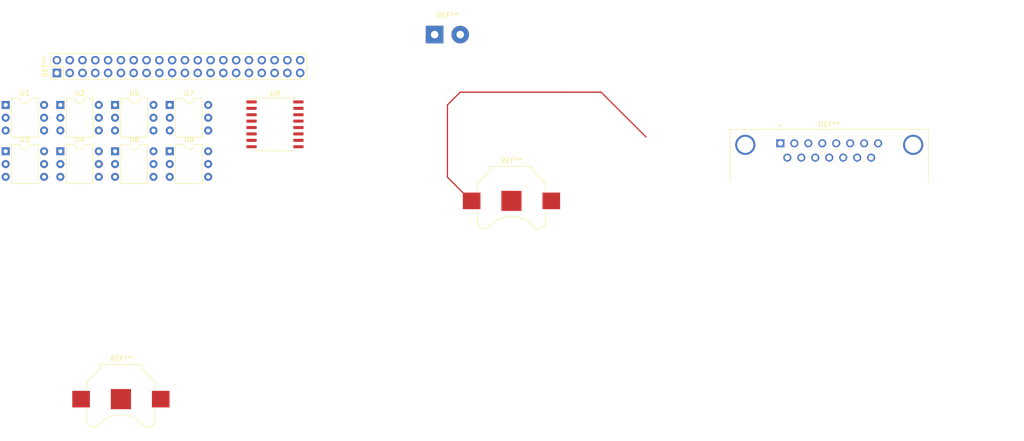
<source format=kicad_pcb>
(kicad_pcb (version 20171130) (host pcbnew "(5.1.2)-1")

  (general
    (thickness 1.6)
    (drawings 0)
    (tracks 7)
    (zones 0)
    (modules 14)
    (nets 34)
  )

  (page A4)
  (layers
    (0 F.Cu signal)
    (31 B.Cu signal)
    (32 B.Adhes user)
    (33 F.Adhes user)
    (34 B.Paste user)
    (35 F.Paste user)
    (36 B.SilkS user)
    (37 F.SilkS user)
    (38 B.Mask user)
    (39 F.Mask user)
    (40 Dwgs.User user)
    (41 Cmts.User user)
    (42 Eco1.User user)
    (43 Eco2.User user)
    (44 Edge.Cuts user)
    (45 Margin user)
    (46 B.CrtYd user)
    (47 F.CrtYd user)
    (48 B.Fab user)
    (49 F.Fab user)
  )

  (setup
    (last_trace_width 0.25)
    (trace_clearance 0.2)
    (zone_clearance 0.508)
    (zone_45_only no)
    (trace_min 0.2)
    (via_size 0.8)
    (via_drill 0.4)
    (via_min_size 0.4)
    (via_min_drill 0.3)
    (uvia_size 0.3)
    (uvia_drill 0.1)
    (uvias_allowed no)
    (uvia_min_size 0.2)
    (uvia_min_drill 0.1)
    (edge_width 0.05)
    (segment_width 0.2)
    (pcb_text_width 0.3)
    (pcb_text_size 1.5 1.5)
    (mod_edge_width 0.12)
    (mod_text_size 1 1)
    (mod_text_width 0.15)
    (pad_size 1.524 1.524)
    (pad_drill 0.762)
    (pad_to_mask_clearance 0.051)
    (solder_mask_min_width 0.25)
    (aux_axis_origin 0 0)
    (visible_elements 7FFFFFFF)
    (pcbplotparams
      (layerselection 0x010fc_ffffffff)
      (usegerberextensions false)
      (usegerberattributes false)
      (usegerberadvancedattributes false)
      (creategerberjobfile false)
      (excludeedgelayer true)
      (linewidth 0.100000)
      (plotframeref false)
      (viasonmask false)
      (mode 1)
      (useauxorigin false)
      (hpglpennumber 1)
      (hpglpenspeed 20)
      (hpglpendiameter 15.000000)
      (psnegative false)
      (psa4output false)
      (plotreference true)
      (plotvalue true)
      (plotinvisibletext false)
      (padsonsilk false)
      (subtractmaskfromsilk false)
      (outputformat 1)
      (mirror false)
      (drillshape 1)
      (scaleselection 1)
      (outputdirectory ""))
  )

  (net 0 "")
  (net 1 Drain7)
  (net 2 "Net-(U1-Pad3)")
  (net 3 3.3V)
  (net 4 "Net-(R4-Pad1)")
  (net 5 Drain4)
  (net 6 "Net-(U2-Pad3)")
  (net 7 "Net-(R7-Pad1)")
  (net 8 Drain2)
  (net 9 "Net-(U3-Pad3)")
  (net 10 "Net-(R6-Pad1)")
  (net 11 Drain8)
  (net 12 "Net-(U4-Pad3)")
  (net 13 Source8)
  (net 14 "Net-(R9-Pad1)")
  (net 15 Drain5)
  (net 16 "Net-(U5-Pad3)")
  (net 17 "Net-(R3-Pad1)")
  (net 18 Drain3)
  (net 19 "Net-(U6-Pad3)")
  (net 20 "Net-(R2-Pad1)")
  (net 21 Drain1)
  (net 22 "Net-(U7-Pad3)")
  (net 23 "Net-(R1-Pad1)")
  (net 24 Drain6)
  (net 25 "Net-(U8-Pad3)")
  (net 26 "Net-(R8-Pad1)")
  (net 27 /RTC/SCL)
  (net 28 /RTC/SDA)
  (net 29 /RTC/VBAT)
  (net 30 /RTC/RST)
  (net 31 /RTC/SQW)
  (net 32 /RTC/3.3V)
  (net 33 /RTC/32KHZ)

  (net_class Default "This is the default net class."
    (clearance 0.2)
    (trace_width 0.25)
    (via_dia 0.8)
    (via_drill 0.4)
    (uvia_dia 0.3)
    (uvia_drill 0.1)
    (add_net /RTC/3.3V)
    (add_net /RTC/32KHZ)
    (add_net /RTC/RST)
    (add_net /RTC/SCL)
    (add_net /RTC/SDA)
    (add_net /RTC/SQW)
    (add_net /RTC/VBAT)
    (add_net 3.3V)
    (add_net Drain1)
    (add_net Drain2)
    (add_net Drain3)
    (add_net Drain4)
    (add_net Drain5)
    (add_net Drain6)
    (add_net Drain7)
    (add_net Drain8)
    (add_net "Net-(R1-Pad1)")
    (add_net "Net-(R2-Pad1)")
    (add_net "Net-(R3-Pad1)")
    (add_net "Net-(R4-Pad1)")
    (add_net "Net-(R6-Pad1)")
    (add_net "Net-(R7-Pad1)")
    (add_net "Net-(R8-Pad1)")
    (add_net "Net-(R9-Pad1)")
    (add_net "Net-(U1-Pad3)")
    (add_net "Net-(U2-Pad3)")
    (add_net "Net-(U3-Pad3)")
    (add_net "Net-(U4-Pad3)")
    (add_net "Net-(U5-Pad3)")
    (add_net "Net-(U6-Pad3)")
    (add_net "Net-(U7-Pad3)")
    (add_net "Net-(U8-Pad3)")
    (add_net Source8)
  )

  (module Connector_Wire:SolderWirePad_1x02_P5.08mm_Drill1.5mm (layer F.Cu) (tedit 5AEE5F19) (tstamp 5D097829)
    (at 151.13 21.59)
    (descr "Wire solder connection")
    (tags connector)
    (attr virtual)
    (fp_text reference REF** (at 2.54 -3.81) (layer F.SilkS)
      (effects (font (size 1 1) (thickness 0.15)))
    )
    (fp_text value SolderWirePad_1x02_P5.08mm_Drill1.5mm (at 2.54 3.81) (layer F.Fab)
      (effects (font (size 1 1) (thickness 0.15)))
    )
    (fp_line (start 7.33 2.25) (end -2.25 2.25) (layer F.CrtYd) (width 0.05))
    (fp_line (start 7.33 2.25) (end 7.33 -2.25) (layer F.CrtYd) (width 0.05))
    (fp_line (start -2.25 -2.25) (end -2.25 2.25) (layer F.CrtYd) (width 0.05))
    (fp_line (start -2.25 -2.25) (end 7.33 -2.25) (layer F.CrtYd) (width 0.05))
    (fp_text user %R (at 2.54 0) (layer F.Fab)
      (effects (font (size 1 1) (thickness 0.15)))
    )
    (pad 2 thru_hole circle (at 5.08 0) (size 3.50012 3.50012) (drill 1.50114) (layers *.Cu *.Mask))
    (pad 1 thru_hole rect (at 0 0) (size 3.50012 3.50012) (drill 1.50114) (layers *.Cu *.Mask))
  )

  (module Battery:BatteryHolder_Keystone_3000_1x12mm (layer F.Cu) (tedit 58972371) (tstamp 5D094DAB)
    (at 166.37 54.61)
    (descr http://www.keyelco.com/product-pdf.cfm?p=777)
    (tags "Keystone type 3000 coin cell retainer")
    (attr smd)
    (fp_text reference REF** (at 0 -8) (layer F.SilkS)
      (effects (font (size 1 1) (thickness 0.15)))
    )
    (fp_text value BatteryHolder_Keystone_3000_1x12mm (at 0 7.5) (layer F.Fab)
      (effects (font (size 1 1) (thickness 0.15)))
    )
    (fp_line (start -4 -6.7) (end 4 -6.7) (layer F.Fab) (width 0.1))
    (fp_line (start -4 -6.7) (end -4 -6) (layer F.Fab) (width 0.1))
    (fp_line (start 4 -6.7) (end 4 -6) (layer F.Fab) (width 0.1))
    (fp_line (start -4 -6) (end -6.6 -3.4) (layer F.Fab) (width 0.1))
    (fp_line (start 4 -6) (end 6.6 -3.4) (layer F.Fab) (width 0.1))
    (fp_line (start -6.6 -3.4) (end -6.6 4.1) (layer F.Fab) (width 0.1))
    (fp_line (start 6.6 -3.4) (end 6.6 4.1) (layer F.Fab) (width 0.1))
    (fp_arc (start -5.25 4.1) (end -5.3 5.45) (angle 90) (layer F.Fab) (width 0.1))
    (fp_line (start 10.15 2.15) (end 7.25 2.15) (layer F.CrtYd) (width 0.05))
    (fp_line (start 10.15 -2.15) (end 10.15 2.15) (layer F.CrtYd) (width 0.05))
    (fp_line (start 7.25 -2.15) (end 10.15 -2.15) (layer F.CrtYd) (width 0.05))
    (fp_line (start -10.15 2.15) (end -7.25 2.15) (layer F.CrtYd) (width 0.05))
    (fp_line (start -10.15 -2.15) (end -10.15 2.15) (layer F.CrtYd) (width 0.05))
    (fp_line (start -7.25 -2.15) (end -10.15 -2.15) (layer F.CrtYd) (width 0.05))
    (fp_line (start 6.75 -3.45) (end 6.75 -2) (layer F.SilkS) (width 0.12))
    (fp_line (start 4.15 -6.05) (end 6.75 -3.45) (layer F.SilkS) (width 0.12))
    (fp_line (start 4.15 -6.85) (end 4.15 -6.05) (layer F.SilkS) (width 0.12))
    (fp_line (start -4.15 -6.85) (end 4.15 -6.85) (layer F.SilkS) (width 0.12))
    (fp_line (start -4.15 -6.05) (end -4.15 -6.85) (layer F.SilkS) (width 0.12))
    (fp_line (start -6.75 -3.45) (end -4.15 -6.05) (layer F.SilkS) (width 0.12))
    (fp_line (start -6.75 -2) (end -6.75 -3.45) (layer F.SilkS) (width 0.12))
    (fp_line (start -7.25 -2.15) (end -7.25 -3.8) (layer F.CrtYd) (width 0.05))
    (fp_line (start -7.25 -3.8) (end -4.65 -6.4) (layer F.CrtYd) (width 0.05))
    (fp_line (start -4.65 -6.4) (end -4.65 -7.35) (layer F.CrtYd) (width 0.05))
    (fp_line (start -4.65 -7.35) (end 4.65 -7.35) (layer F.CrtYd) (width 0.05))
    (fp_line (start 4.65 -6.4) (end 4.65 -7.35) (layer F.CrtYd) (width 0.05))
    (fp_line (start 7.25 -3.8) (end 4.65 -6.4) (layer F.CrtYd) (width 0.05))
    (fp_line (start 7.25 -2.15) (end 7.25 -3.8) (layer F.CrtYd) (width 0.05))
    (fp_arc (start 5.25 4.1) (end 5.3 5.45) (angle -90) (layer F.Fab) (width 0.1))
    (fp_line (start -6.75 2) (end -6.75 4.1) (layer F.SilkS) (width 0.12))
    (fp_line (start 6.75 2) (end 6.75 4.1) (layer F.SilkS) (width 0.12))
    (fp_line (start 7.25 2.15) (end 7.25 4.1) (layer F.CrtYd) (width 0.05))
    (fp_line (start -7.25 2.15) (end -7.25 4.1) (layer F.CrtYd) (width 0.05))
    (fp_arc (start -5.25 4.1) (end -5.3 5.6) (angle 90) (layer F.SilkS) (width 0.12))
    (fp_arc (start 5.25 4.1) (end 5.3 5.6) (angle -90) (layer F.SilkS) (width 0.12))
    (fp_arc (start -5.25 4.1) (end -5.3 6.1) (angle 90) (layer F.CrtYd) (width 0.05))
    (fp_arc (start 0 8.9) (end -4.6 5.1) (angle 101) (layer F.Fab) (width 0.1))
    (fp_arc (start -5.29 4.6) (end -4.6 5.1) (angle 60) (layer F.Fab) (width 0.1))
    (fp_arc (start 5.29 4.6) (end 4.6 5.1) (angle -60) (layer F.Fab) (width 0.1))
    (fp_arc (start 0 8.9) (end -4.5 5.2) (angle 101) (layer F.SilkS) (width 0.12))
    (fp_arc (start -5.29 4.6) (end -4.5 5.2) (angle 60) (layer F.SilkS) (width 0.12))
    (fp_arc (start 5.29 4.6) (end 4.5 5.2) (angle -60) (layer F.SilkS) (width 0.12))
    (fp_circle (center 0 0) (end 0 6.25) (layer Dwgs.User) (width 0.15))
    (fp_arc (start -5.29 4.6) (end -4.22 5.65) (angle 54.1) (layer F.CrtYd) (width 0.05))
    (fp_arc (start 5.29 4.6) (end 4.22 5.65) (angle -54.1) (layer F.CrtYd) (width 0.05))
    (fp_arc (start 5.25 4.1) (end 5.3 6.1) (angle -90) (layer F.CrtYd) (width 0.05))
    (fp_arc (start 0 0) (end 0 6.75) (angle -36.6) (layer F.CrtYd) (width 0.05))
    (fp_arc (start 0.11 9.15) (end -4.22 5.65) (angle 3.1) (layer F.CrtYd) (width 0.05))
    (fp_arc (start 0.11 9.15) (end 4.22 5.65) (angle -3.1) (layer F.CrtYd) (width 0.05))
    (fp_arc (start 0 0) (end 0 6.75) (angle 36.6) (layer F.CrtYd) (width 0.05))
    (fp_text user %R (at 0 0) (layer F.Fab)
      (effects (font (size 1 1) (thickness 0.15)))
    )
    (pad 2 smd rect (at 0 0) (size 4 4) (layers F.Cu F.Mask))
    (pad 1 smd rect (at 7.9 0) (size 3.5 3.3) (layers F.Cu F.Paste F.Mask))
    (pad 1 smd rect (at -7.9 0) (size 3.5 3.3) (layers F.Cu F.Paste F.Mask))
    (model ${KISYS3DMOD}/Battery.3dshapes/BatteryHolder_Keystone_3000_1x12mm.wrl
      (at (xyz 0 0 0))
      (scale (xyz 1 1 1))
      (rotate (xyz 0 0 0))
    )
  )

  (module Battery:BatteryHolder_Keystone_3000_1x12mm (layer F.Cu) (tedit 58972371) (tstamp 5D094CC6)
    (at 88.9 93.98)
    (descr http://www.keyelco.com/product-pdf.cfm?p=777)
    (tags "Keystone type 3000 coin cell retainer")
    (attr smd)
    (fp_text reference REF** (at 0 -8) (layer F.SilkS)
      (effects (font (size 1 1) (thickness 0.15)))
    )
    (fp_text value BatteryHolder_Keystone_3000_1x12mm (at 0 7.5) (layer F.Fab)
      (effects (font (size 1 1) (thickness 0.15)))
    )
    (fp_line (start -4 -6.7) (end 4 -6.7) (layer F.Fab) (width 0.1))
    (fp_line (start -4 -6.7) (end -4 -6) (layer F.Fab) (width 0.1))
    (fp_line (start 4 -6.7) (end 4 -6) (layer F.Fab) (width 0.1))
    (fp_line (start -4 -6) (end -6.6 -3.4) (layer F.Fab) (width 0.1))
    (fp_line (start 4 -6) (end 6.6 -3.4) (layer F.Fab) (width 0.1))
    (fp_line (start -6.6 -3.4) (end -6.6 4.1) (layer F.Fab) (width 0.1))
    (fp_line (start 6.6 -3.4) (end 6.6 4.1) (layer F.Fab) (width 0.1))
    (fp_arc (start -5.25 4.1) (end -5.3 5.45) (angle 90) (layer F.Fab) (width 0.1))
    (fp_line (start 10.15 2.15) (end 7.25 2.15) (layer F.CrtYd) (width 0.05))
    (fp_line (start 10.15 -2.15) (end 10.15 2.15) (layer F.CrtYd) (width 0.05))
    (fp_line (start 7.25 -2.15) (end 10.15 -2.15) (layer F.CrtYd) (width 0.05))
    (fp_line (start -10.15 2.15) (end -7.25 2.15) (layer F.CrtYd) (width 0.05))
    (fp_line (start -10.15 -2.15) (end -10.15 2.15) (layer F.CrtYd) (width 0.05))
    (fp_line (start -7.25 -2.15) (end -10.15 -2.15) (layer F.CrtYd) (width 0.05))
    (fp_line (start 6.75 -3.45) (end 6.75 -2) (layer F.SilkS) (width 0.12))
    (fp_line (start 4.15 -6.05) (end 6.75 -3.45) (layer F.SilkS) (width 0.12))
    (fp_line (start 4.15 -6.85) (end 4.15 -6.05) (layer F.SilkS) (width 0.12))
    (fp_line (start -4.15 -6.85) (end 4.15 -6.85) (layer F.SilkS) (width 0.12))
    (fp_line (start -4.15 -6.05) (end -4.15 -6.85) (layer F.SilkS) (width 0.12))
    (fp_line (start -6.75 -3.45) (end -4.15 -6.05) (layer F.SilkS) (width 0.12))
    (fp_line (start -6.75 -2) (end -6.75 -3.45) (layer F.SilkS) (width 0.12))
    (fp_line (start -7.25 -2.15) (end -7.25 -3.8) (layer F.CrtYd) (width 0.05))
    (fp_line (start -7.25 -3.8) (end -4.65 -6.4) (layer F.CrtYd) (width 0.05))
    (fp_line (start -4.65 -6.4) (end -4.65 -7.35) (layer F.CrtYd) (width 0.05))
    (fp_line (start -4.65 -7.35) (end 4.65 -7.35) (layer F.CrtYd) (width 0.05))
    (fp_line (start 4.65 -6.4) (end 4.65 -7.35) (layer F.CrtYd) (width 0.05))
    (fp_line (start 7.25 -3.8) (end 4.65 -6.4) (layer F.CrtYd) (width 0.05))
    (fp_line (start 7.25 -2.15) (end 7.25 -3.8) (layer F.CrtYd) (width 0.05))
    (fp_arc (start 5.25 4.1) (end 5.3 5.45) (angle -90) (layer F.Fab) (width 0.1))
    (fp_line (start -6.75 2) (end -6.75 4.1) (layer F.SilkS) (width 0.12))
    (fp_line (start 6.75 2) (end 6.75 4.1) (layer F.SilkS) (width 0.12))
    (fp_line (start 7.25 2.15) (end 7.25 4.1) (layer F.CrtYd) (width 0.05))
    (fp_line (start -7.25 2.15) (end -7.25 4.1) (layer F.CrtYd) (width 0.05))
    (fp_arc (start -5.25 4.1) (end -5.3 5.6) (angle 90) (layer F.SilkS) (width 0.12))
    (fp_arc (start 5.25 4.1) (end 5.3 5.6) (angle -90) (layer F.SilkS) (width 0.12))
    (fp_arc (start -5.25 4.1) (end -5.3 6.1) (angle 90) (layer F.CrtYd) (width 0.05))
    (fp_arc (start 0 8.9) (end -4.6 5.1) (angle 101) (layer F.Fab) (width 0.1))
    (fp_arc (start -5.29 4.6) (end -4.6 5.1) (angle 60) (layer F.Fab) (width 0.1))
    (fp_arc (start 5.29 4.6) (end 4.6 5.1) (angle -60) (layer F.Fab) (width 0.1))
    (fp_arc (start 0 8.9) (end -4.5 5.2) (angle 101) (layer F.SilkS) (width 0.12))
    (fp_arc (start -5.29 4.6) (end -4.5 5.2) (angle 60) (layer F.SilkS) (width 0.12))
    (fp_arc (start 5.29 4.6) (end 4.5 5.2) (angle -60) (layer F.SilkS) (width 0.12))
    (fp_circle (center 0 0) (end 0 6.25) (layer Dwgs.User) (width 0.15))
    (fp_arc (start -5.29 4.6) (end -4.22 5.65) (angle 54.1) (layer F.CrtYd) (width 0.05))
    (fp_arc (start 5.29 4.6) (end 4.22 5.65) (angle -54.1) (layer F.CrtYd) (width 0.05))
    (fp_arc (start 5.25 4.1) (end 5.3 6.1) (angle -90) (layer F.CrtYd) (width 0.05))
    (fp_arc (start 0 0) (end 0 6.75) (angle -36.6) (layer F.CrtYd) (width 0.05))
    (fp_arc (start 0.11 9.15) (end -4.22 5.65) (angle 3.1) (layer F.CrtYd) (width 0.05))
    (fp_arc (start 0.11 9.15) (end 4.22 5.65) (angle -3.1) (layer F.CrtYd) (width 0.05))
    (fp_arc (start 0 0) (end 0 6.75) (angle 36.6) (layer F.CrtYd) (width 0.05))
    (fp_text user %R (at 0 0) (layer F.Fab)
      (effects (font (size 1 1) (thickness 0.15)))
    )
    (pad 2 smd rect (at 0 0) (size 4 4) (layers F.Cu F.Mask))
    (pad 1 smd rect (at 7.9 0) (size 3.5 3.3) (layers F.Cu F.Paste F.Mask))
    (pad 1 smd rect (at -7.9 0) (size 3.5 3.3) (layers F.Cu F.Paste F.Mask))
    (model ${KISYS3DMOD}/Battery.3dshapes/BatteryHolder_Keystone_3000_1x12mm.wrl
      (at (xyz 0 0 0))
      (scale (xyz 1 1 1))
      (rotate (xyz 0 0 0))
    )
  )

  (module Connector_Dsub:DSUB-15_Male_Horizontal_P2.77x2.84mm_EdgePinOffset4.94mm_Housed_MountingHolesOffset7.48mm (layer F.Cu) (tedit 59FEDEE2) (tstamp 5D092B8A)
    (at 219.71 43.18)
    (descr "15-pin D-Sub connector, horizontal/angled (90 deg), THT-mount, male, pitch 2.77x2.84mm, pin-PCB-offset 4.9399999999999995mm, distance of mounting holes 33.3mm, distance of mounting holes to PCB edge 7.4799999999999995mm, see https://disti-assets.s3.amazonaws.com/tonar/files/datasheets/16730.pdf")
    (tags "15-pin D-Sub connector horizontal angled 90deg THT male pitch 2.77x2.84mm pin-PCB-offset 4.9399999999999995mm mounting-holes-distance 33.3mm mounting-hole-offset 33.3mm")
    (fp_text reference REF** (at 9.695 -3.7) (layer F.SilkS)
      (effects (font (size 1 1) (thickness 0.15)))
    )
    (fp_text value DSUB-15_Male_Horizontal_P2.77x2.84mm_EdgePinOffset4.94mm_Housed_MountingHolesOffset7.48mm (at 9.695 15.68) (layer F.Fab)
      (effects (font (size 1 1) (thickness 0.15)))
    )
    (fp_text user %R (at 9.695 11.18) (layer F.Fab)
      (effects (font (size 1 1) (thickness 0.15)))
    )
    (fp_line (start 29.8 -3.25) (end -10.45 -3.25) (layer F.CrtYd) (width 0.05))
    (fp_line (start 29.8 14.7) (end 29.8 -3.25) (layer F.CrtYd) (width 0.05))
    (fp_line (start -10.45 14.7) (end 29.8 14.7) (layer F.CrtYd) (width 0.05))
    (fp_line (start -10.45 -3.25) (end -10.45 14.7) (layer F.CrtYd) (width 0.05))
    (fp_line (start 0 -3.221325) (end -0.25 -3.654338) (layer F.SilkS) (width 0.12))
    (fp_line (start 0.25 -3.654338) (end 0 -3.221325) (layer F.SilkS) (width 0.12))
    (fp_line (start -0.25 -3.654338) (end 0.25 -3.654338) (layer F.SilkS) (width 0.12))
    (fp_line (start 29.355 -2.76) (end 29.355 7.72) (layer F.SilkS) (width 0.12))
    (fp_line (start -9.965 -2.76) (end 29.355 -2.76) (layer F.SilkS) (width 0.12))
    (fp_line (start -9.965 7.72) (end -9.965 -2.76) (layer F.SilkS) (width 0.12))
    (fp_line (start 27.945 7.78) (end 27.945 0.3) (layer F.Fab) (width 0.1))
    (fp_line (start 24.745 7.78) (end 24.745 0.3) (layer F.Fab) (width 0.1))
    (fp_line (start -5.355 7.78) (end -5.355 0.3) (layer F.Fab) (width 0.1))
    (fp_line (start -8.555 7.78) (end -8.555 0.3) (layer F.Fab) (width 0.1))
    (fp_line (start 28.845 8.18) (end 23.845 8.18) (layer F.Fab) (width 0.1))
    (fp_line (start 28.845 13.18) (end 28.845 8.18) (layer F.Fab) (width 0.1))
    (fp_line (start 23.845 13.18) (end 28.845 13.18) (layer F.Fab) (width 0.1))
    (fp_line (start 23.845 8.18) (end 23.845 13.18) (layer F.Fab) (width 0.1))
    (fp_line (start -4.455 8.18) (end -9.455 8.18) (layer F.Fab) (width 0.1))
    (fp_line (start -4.455 13.18) (end -4.455 8.18) (layer F.Fab) (width 0.1))
    (fp_line (start -9.455 13.18) (end -4.455 13.18) (layer F.Fab) (width 0.1))
    (fp_line (start -9.455 8.18) (end -9.455 13.18) (layer F.Fab) (width 0.1))
    (fp_line (start 21.995 8.18) (end -2.605 8.18) (layer F.Fab) (width 0.1))
    (fp_line (start 21.995 14.18) (end 21.995 8.18) (layer F.Fab) (width 0.1))
    (fp_line (start -2.605 14.18) (end 21.995 14.18) (layer F.Fab) (width 0.1))
    (fp_line (start -2.605 8.18) (end -2.605 14.18) (layer F.Fab) (width 0.1))
    (fp_line (start 29.295 7.78) (end -9.905 7.78) (layer F.Fab) (width 0.1))
    (fp_line (start 29.295 8.18) (end 29.295 7.78) (layer F.Fab) (width 0.1))
    (fp_line (start -9.905 8.18) (end 29.295 8.18) (layer F.Fab) (width 0.1))
    (fp_line (start -9.905 7.78) (end -9.905 8.18) (layer F.Fab) (width 0.1))
    (fp_line (start 29.295 -2.7) (end -9.905 -2.7) (layer F.Fab) (width 0.1))
    (fp_line (start 29.295 7.78) (end 29.295 -2.7) (layer F.Fab) (width 0.1))
    (fp_line (start -9.905 7.78) (end 29.295 7.78) (layer F.Fab) (width 0.1))
    (fp_line (start -9.905 -2.7) (end -9.905 7.78) (layer F.Fab) (width 0.1))
    (fp_arc (start 26.345 0.3) (end 24.745 0.3) (angle 180) (layer F.Fab) (width 0.1))
    (fp_arc (start -6.955 0.3) (end -8.555 0.3) (angle 180) (layer F.Fab) (width 0.1))
    (pad 0 thru_hole circle (at 26.345 0.3) (size 4 4) (drill 3.2) (layers *.Cu *.Mask))
    (pad 0 thru_hole circle (at -6.955 0.3) (size 4 4) (drill 3.2) (layers *.Cu *.Mask))
    (pad 15 thru_hole circle (at 18.005 2.84) (size 1.6 1.6) (drill 1) (layers *.Cu *.Mask))
    (pad 14 thru_hole circle (at 15.235 2.84) (size 1.6 1.6) (drill 1) (layers *.Cu *.Mask))
    (pad 13 thru_hole circle (at 12.465 2.84) (size 1.6 1.6) (drill 1) (layers *.Cu *.Mask))
    (pad 12 thru_hole circle (at 9.695 2.84) (size 1.6 1.6) (drill 1) (layers *.Cu *.Mask))
    (pad 11 thru_hole circle (at 6.925 2.84) (size 1.6 1.6) (drill 1) (layers *.Cu *.Mask))
    (pad 10 thru_hole circle (at 4.155 2.84) (size 1.6 1.6) (drill 1) (layers *.Cu *.Mask))
    (pad 9 thru_hole circle (at 1.385 2.84) (size 1.6 1.6) (drill 1) (layers *.Cu *.Mask))
    (pad 8 thru_hole circle (at 19.39 0) (size 1.6 1.6) (drill 1) (layers *.Cu *.Mask))
    (pad 7 thru_hole circle (at 16.62 0) (size 1.6 1.6) (drill 1) (layers *.Cu *.Mask))
    (pad 6 thru_hole circle (at 13.85 0) (size 1.6 1.6) (drill 1) (layers *.Cu *.Mask))
    (pad 5 thru_hole circle (at 11.08 0) (size 1.6 1.6) (drill 1) (layers *.Cu *.Mask))
    (pad 4 thru_hole circle (at 8.31 0) (size 1.6 1.6) (drill 1) (layers *.Cu *.Mask))
    (pad 3 thru_hole circle (at 5.54 0) (size 1.6 1.6) (drill 1) (layers *.Cu *.Mask))
    (pad 2 thru_hole circle (at 2.77 0) (size 1.6 1.6) (drill 1) (layers *.Cu *.Mask))
    (pad 1 thru_hole rect (at 0 0) (size 1.6 1.6) (drill 1) (layers *.Cu *.Mask))
    (model ${KISYS3DMOD}/Connector_Dsub.3dshapes/DSUB-15_Male_Horizontal_P2.77x2.84mm_EdgePinOffset4.94mm_Housed_MountingHolesOffset7.48mm.wrl
      (at (xyz 0 0 0))
      (scale (xyz 1 1 1))
      (rotate (xyz 0 0 0))
    )
  )

  (module Connector_PinHeader_2.54mm:PinHeader_2x20_P2.54mm_Vertical (layer F.Cu) (tedit 59FED5CC) (tstamp 5D08E263)
    (at 76.2 29.21 90)
    (descr "Through hole straight pin header, 2x20, 2.54mm pitch, double rows")
    (tags "Through hole pin header THT 2x20 2.54mm double row")
    (fp_text reference REF** (at 1.27 -2.33 90) (layer F.SilkS)
      (effects (font (size 1 1) (thickness 0.15)))
    )
    (fp_text value PinHeader_2x20_P2.54mm_Vertical (at 1.27 50.59 90) (layer F.Fab)
      (effects (font (size 1 1) (thickness 0.15)))
    )
    (fp_text user %R (at 1.27 24.13) (layer F.Fab)
      (effects (font (size 1 1) (thickness 0.15)))
    )
    (fp_line (start 4.35 -1.8) (end -1.8 -1.8) (layer F.CrtYd) (width 0.05))
    (fp_line (start 4.35 50.05) (end 4.35 -1.8) (layer F.CrtYd) (width 0.05))
    (fp_line (start -1.8 50.05) (end 4.35 50.05) (layer F.CrtYd) (width 0.05))
    (fp_line (start -1.8 -1.8) (end -1.8 50.05) (layer F.CrtYd) (width 0.05))
    (fp_line (start -1.33 -1.33) (end 0 -1.33) (layer F.SilkS) (width 0.12))
    (fp_line (start -1.33 0) (end -1.33 -1.33) (layer F.SilkS) (width 0.12))
    (fp_line (start 1.27 -1.33) (end 3.87 -1.33) (layer F.SilkS) (width 0.12))
    (fp_line (start 1.27 1.27) (end 1.27 -1.33) (layer F.SilkS) (width 0.12))
    (fp_line (start -1.33 1.27) (end 1.27 1.27) (layer F.SilkS) (width 0.12))
    (fp_line (start 3.87 -1.33) (end 3.87 49.59) (layer F.SilkS) (width 0.12))
    (fp_line (start -1.33 1.27) (end -1.33 49.59) (layer F.SilkS) (width 0.12))
    (fp_line (start -1.33 49.59) (end 3.87 49.59) (layer F.SilkS) (width 0.12))
    (fp_line (start -1.27 0) (end 0 -1.27) (layer F.Fab) (width 0.1))
    (fp_line (start -1.27 49.53) (end -1.27 0) (layer F.Fab) (width 0.1))
    (fp_line (start 3.81 49.53) (end -1.27 49.53) (layer F.Fab) (width 0.1))
    (fp_line (start 3.81 -1.27) (end 3.81 49.53) (layer F.Fab) (width 0.1))
    (fp_line (start 0 -1.27) (end 3.81 -1.27) (layer F.Fab) (width 0.1))
    (pad 40 thru_hole oval (at 2.54 48.26 90) (size 1.7 1.7) (drill 1) (layers *.Cu *.Mask))
    (pad 39 thru_hole oval (at 0 48.26 90) (size 1.7 1.7) (drill 1) (layers *.Cu *.Mask))
    (pad 38 thru_hole oval (at 2.54 45.72 90) (size 1.7 1.7) (drill 1) (layers *.Cu *.Mask))
    (pad 37 thru_hole oval (at 0 45.72 90) (size 1.7 1.7) (drill 1) (layers *.Cu *.Mask))
    (pad 36 thru_hole oval (at 2.54 43.18 90) (size 1.7 1.7) (drill 1) (layers *.Cu *.Mask))
    (pad 35 thru_hole oval (at 0 43.18 90) (size 1.7 1.7) (drill 1) (layers *.Cu *.Mask))
    (pad 34 thru_hole oval (at 2.54 40.64 90) (size 1.7 1.7) (drill 1) (layers *.Cu *.Mask))
    (pad 33 thru_hole oval (at 0 40.64 90) (size 1.7 1.7) (drill 1) (layers *.Cu *.Mask))
    (pad 32 thru_hole oval (at 2.54 38.1 90) (size 1.7 1.7) (drill 1) (layers *.Cu *.Mask))
    (pad 31 thru_hole oval (at 0 38.1 90) (size 1.7 1.7) (drill 1) (layers *.Cu *.Mask))
    (pad 30 thru_hole oval (at 2.54 35.56 90) (size 1.7 1.7) (drill 1) (layers *.Cu *.Mask))
    (pad 29 thru_hole oval (at 0 35.56 90) (size 1.7 1.7) (drill 1) (layers *.Cu *.Mask))
    (pad 28 thru_hole oval (at 2.54 33.02 90) (size 1.7 1.7) (drill 1) (layers *.Cu *.Mask))
    (pad 27 thru_hole oval (at 0 33.02 90) (size 1.7 1.7) (drill 1) (layers *.Cu *.Mask))
    (pad 26 thru_hole oval (at 2.54 30.48 90) (size 1.7 1.7) (drill 1) (layers *.Cu *.Mask))
    (pad 25 thru_hole oval (at 0 30.48 90) (size 1.7 1.7) (drill 1) (layers *.Cu *.Mask))
    (pad 24 thru_hole oval (at 2.54 27.94 90) (size 1.7 1.7) (drill 1) (layers *.Cu *.Mask))
    (pad 23 thru_hole oval (at 0 27.94 90) (size 1.7 1.7) (drill 1) (layers *.Cu *.Mask))
    (pad 22 thru_hole oval (at 2.54 25.4 90) (size 1.7 1.7) (drill 1) (layers *.Cu *.Mask))
    (pad 21 thru_hole oval (at 0 25.4 90) (size 1.7 1.7) (drill 1) (layers *.Cu *.Mask))
    (pad 20 thru_hole oval (at 2.54 22.86 90) (size 1.7 1.7) (drill 1) (layers *.Cu *.Mask))
    (pad 19 thru_hole oval (at 0 22.86 90) (size 1.7 1.7) (drill 1) (layers *.Cu *.Mask))
    (pad 18 thru_hole oval (at 2.54 20.32 90) (size 1.7 1.7) (drill 1) (layers *.Cu *.Mask))
    (pad 17 thru_hole oval (at 0 20.32 90) (size 1.7 1.7) (drill 1) (layers *.Cu *.Mask))
    (pad 16 thru_hole oval (at 2.54 17.78 90) (size 1.7 1.7) (drill 1) (layers *.Cu *.Mask))
    (pad 15 thru_hole oval (at 0 17.78 90) (size 1.7 1.7) (drill 1) (layers *.Cu *.Mask))
    (pad 14 thru_hole oval (at 2.54 15.24 90) (size 1.7 1.7) (drill 1) (layers *.Cu *.Mask))
    (pad 13 thru_hole oval (at 0 15.24 90) (size 1.7 1.7) (drill 1) (layers *.Cu *.Mask))
    (pad 12 thru_hole oval (at 2.54 12.7 90) (size 1.7 1.7) (drill 1) (layers *.Cu *.Mask))
    (pad 11 thru_hole oval (at 0 12.7 90) (size 1.7 1.7) (drill 1) (layers *.Cu *.Mask))
    (pad 10 thru_hole oval (at 2.54 10.16 90) (size 1.7 1.7) (drill 1) (layers *.Cu *.Mask))
    (pad 9 thru_hole oval (at 0 10.16 90) (size 1.7 1.7) (drill 1) (layers *.Cu *.Mask))
    (pad 8 thru_hole oval (at 2.54 7.62 90) (size 1.7 1.7) (drill 1) (layers *.Cu *.Mask))
    (pad 7 thru_hole oval (at 0 7.62 90) (size 1.7 1.7) (drill 1) (layers *.Cu *.Mask))
    (pad 6 thru_hole oval (at 2.54 5.08 90) (size 1.7 1.7) (drill 1) (layers *.Cu *.Mask))
    (pad 5 thru_hole oval (at 0 5.08 90) (size 1.7 1.7) (drill 1) (layers *.Cu *.Mask))
    (pad 4 thru_hole oval (at 2.54 2.54 90) (size 1.7 1.7) (drill 1) (layers *.Cu *.Mask))
    (pad 3 thru_hole oval (at 0 2.54 90) (size 1.7 1.7) (drill 1) (layers *.Cu *.Mask))
    (pad 2 thru_hole oval (at 2.54 0 90) (size 1.7 1.7) (drill 1) (layers *.Cu *.Mask))
    (pad 1 thru_hole rect (at 0 0 90) (size 1.7 1.7) (drill 1) (layers *.Cu *.Mask))
    (model ${KISYS3DMOD}/Connector_PinHeader_2.54mm.3dshapes/PinHeader_2x20_P2.54mm_Vertical.wrl
      (at (xyz 0 0 0))
      (scale (xyz 1 1 1))
      (rotate (xyz 0 0 0))
    )
  )

  (module Package_SO:SOIC-16W_7.5x10.3mm_P1.27mm (layer F.Cu) (tedit 5C97300E) (tstamp 5D022DC0)
    (at 119.46 39.41)
    (descr "SOIC, 16 Pin (JEDEC MS-013AA, https://www.analog.com/media/en/package-pcb-resources/package/pkg_pdf/soic_wide-rw/rw_16.pdf), generated with kicad-footprint-generator ipc_gullwing_generator.py")
    (tags "SOIC SO")
    (path /5D746D9A/5D7B43A4)
    (attr smd)
    (fp_text reference U9 (at 0 -6.1) (layer F.SilkS)
      (effects (font (size 1 1) (thickness 0.15)))
    )
    (fp_text value DS3231M (at 0 6.1) (layer F.Fab)
      (effects (font (size 1 1) (thickness 0.15)))
    )
    (fp_text user %R (at 0 0) (layer F.Fab)
      (effects (font (size 1 1) (thickness 0.15)))
    )
    (fp_line (start 5.93 -5.4) (end -5.93 -5.4) (layer F.CrtYd) (width 0.05))
    (fp_line (start 5.93 5.4) (end 5.93 -5.4) (layer F.CrtYd) (width 0.05))
    (fp_line (start -5.93 5.4) (end 5.93 5.4) (layer F.CrtYd) (width 0.05))
    (fp_line (start -5.93 -5.4) (end -5.93 5.4) (layer F.CrtYd) (width 0.05))
    (fp_line (start -3.75 -4.15) (end -2.75 -5.15) (layer F.Fab) (width 0.1))
    (fp_line (start -3.75 5.15) (end -3.75 -4.15) (layer F.Fab) (width 0.1))
    (fp_line (start 3.75 5.15) (end -3.75 5.15) (layer F.Fab) (width 0.1))
    (fp_line (start 3.75 -5.15) (end 3.75 5.15) (layer F.Fab) (width 0.1))
    (fp_line (start -2.75 -5.15) (end 3.75 -5.15) (layer F.Fab) (width 0.1))
    (fp_line (start -3.86 -5.005) (end -5.675 -5.005) (layer F.SilkS) (width 0.12))
    (fp_line (start -3.86 -5.26) (end -3.86 -5.005) (layer F.SilkS) (width 0.12))
    (fp_line (start 0 -5.26) (end -3.86 -5.26) (layer F.SilkS) (width 0.12))
    (fp_line (start 3.86 -5.26) (end 3.86 -5.005) (layer F.SilkS) (width 0.12))
    (fp_line (start 0 -5.26) (end 3.86 -5.26) (layer F.SilkS) (width 0.12))
    (fp_line (start -3.86 5.26) (end -3.86 5.005) (layer F.SilkS) (width 0.12))
    (fp_line (start 0 5.26) (end -3.86 5.26) (layer F.SilkS) (width 0.12))
    (fp_line (start 3.86 5.26) (end 3.86 5.005) (layer F.SilkS) (width 0.12))
    (fp_line (start 0 5.26) (end 3.86 5.26) (layer F.SilkS) (width 0.12))
    (pad 16 smd roundrect (at 4.65 -4.445) (size 2.05 0.6) (layers F.Cu F.Paste F.Mask) (roundrect_rratio 0.25)
      (net 27 /RTC/SCL))
    (pad 15 smd roundrect (at 4.65 -3.175) (size 2.05 0.6) (layers F.Cu F.Paste F.Mask) (roundrect_rratio 0.25)
      (net 28 /RTC/SDA))
    (pad 14 smd roundrect (at 4.65 -1.905) (size 2.05 0.6) (layers F.Cu F.Paste F.Mask) (roundrect_rratio 0.25)
      (net 29 /RTC/VBAT))
    (pad 13 smd roundrect (at 4.65 -0.635) (size 2.05 0.6) (layers F.Cu F.Paste F.Mask) (roundrect_rratio 0.25)
      (net 3 3.3V))
    (pad 12 smd roundrect (at 4.65 0.635) (size 2.05 0.6) (layers F.Cu F.Paste F.Mask) (roundrect_rratio 0.25)
      (net 3 3.3V))
    (pad 11 smd roundrect (at 4.65 1.905) (size 2.05 0.6) (layers F.Cu F.Paste F.Mask) (roundrect_rratio 0.25)
      (net 3 3.3V))
    (pad 10 smd roundrect (at 4.65 3.175) (size 2.05 0.6) (layers F.Cu F.Paste F.Mask) (roundrect_rratio 0.25)
      (net 3 3.3V))
    (pad 9 smd roundrect (at 4.65 4.445) (size 2.05 0.6) (layers F.Cu F.Paste F.Mask) (roundrect_rratio 0.25)
      (net 3 3.3V))
    (pad 8 smd roundrect (at -4.65 4.445) (size 2.05 0.6) (layers F.Cu F.Paste F.Mask) (roundrect_rratio 0.25)
      (net 3 3.3V))
    (pad 7 smd roundrect (at -4.65 3.175) (size 2.05 0.6) (layers F.Cu F.Paste F.Mask) (roundrect_rratio 0.25)
      (net 3 3.3V))
    (pad 6 smd roundrect (at -4.65 1.905) (size 2.05 0.6) (layers F.Cu F.Paste F.Mask) (roundrect_rratio 0.25)
      (net 3 3.3V))
    (pad 5 smd roundrect (at -4.65 0.635) (size 2.05 0.6) (layers F.Cu F.Paste F.Mask) (roundrect_rratio 0.25)
      (net 3 3.3V))
    (pad 4 smd roundrect (at -4.65 -0.635) (size 2.05 0.6) (layers F.Cu F.Paste F.Mask) (roundrect_rratio 0.25)
      (net 30 /RTC/RST))
    (pad 3 smd roundrect (at -4.65 -1.905) (size 2.05 0.6) (layers F.Cu F.Paste F.Mask) (roundrect_rratio 0.25)
      (net 31 /RTC/SQW))
    (pad 2 smd roundrect (at -4.65 -3.175) (size 2.05 0.6) (layers F.Cu F.Paste F.Mask) (roundrect_rratio 0.25)
      (net 32 /RTC/3.3V))
    (pad 1 smd roundrect (at -4.65 -4.445) (size 2.05 0.6) (layers F.Cu F.Paste F.Mask) (roundrect_rratio 0.25)
      (net 33 /RTC/32KHZ))
    (model ${KISYS3DMOD}/Package_SO.3dshapes/SOIC-16W_7.5x10.3mm_P1.27mm.wrl
      (at (xyz 0 0 0))
      (scale (xyz 1 1 1))
      (rotate (xyz 0 0 0))
    )
  )

  (module Package_DIP:DIP-6_W7.62mm (layer F.Cu) (tedit 5A02E8C5) (tstamp 5D022D99)
    (at 98.59 44.76)
    (descr "6-lead though-hole mounted DIP package, row spacing 7.62 mm (300 mils)")
    (tags "THT DIP DIL PDIP 2.54mm 7.62mm 300mil")
    (path /5D7A01C7)
    (fp_text reference U8 (at 3.81 -2.33) (layer F.SilkS)
      (effects (font (size 1 1) (thickness 0.15)))
    )
    (fp_text value TLP3543 (at 3.81 7.41) (layer F.Fab)
      (effects (font (size 1 1) (thickness 0.15)))
    )
    (fp_text user %R (at 3.81 2.54) (layer F.Fab)
      (effects (font (size 1 1) (thickness 0.15)))
    )
    (fp_line (start 8.7 -1.55) (end -1.1 -1.55) (layer F.CrtYd) (width 0.05))
    (fp_line (start 8.7 6.6) (end 8.7 -1.55) (layer F.CrtYd) (width 0.05))
    (fp_line (start -1.1 6.6) (end 8.7 6.6) (layer F.CrtYd) (width 0.05))
    (fp_line (start -1.1 -1.55) (end -1.1 6.6) (layer F.CrtYd) (width 0.05))
    (fp_line (start 6.46 -1.33) (end 4.81 -1.33) (layer F.SilkS) (width 0.12))
    (fp_line (start 6.46 6.41) (end 6.46 -1.33) (layer F.SilkS) (width 0.12))
    (fp_line (start 1.16 6.41) (end 6.46 6.41) (layer F.SilkS) (width 0.12))
    (fp_line (start 1.16 -1.33) (end 1.16 6.41) (layer F.SilkS) (width 0.12))
    (fp_line (start 2.81 -1.33) (end 1.16 -1.33) (layer F.SilkS) (width 0.12))
    (fp_line (start 0.635 -0.27) (end 1.635 -1.27) (layer F.Fab) (width 0.1))
    (fp_line (start 0.635 6.35) (end 0.635 -0.27) (layer F.Fab) (width 0.1))
    (fp_line (start 6.985 6.35) (end 0.635 6.35) (layer F.Fab) (width 0.1))
    (fp_line (start 6.985 -1.27) (end 6.985 6.35) (layer F.Fab) (width 0.1))
    (fp_line (start 1.635 -1.27) (end 6.985 -1.27) (layer F.Fab) (width 0.1))
    (fp_arc (start 3.81 -1.33) (end 2.81 -1.33) (angle -180) (layer F.SilkS) (width 0.12))
    (pad 6 thru_hole oval (at 7.62 0) (size 1.6 1.6) (drill 0.8) (layers *.Cu *.Mask)
      (net 24 Drain6))
    (pad 3 thru_hole oval (at 0 5.08) (size 1.6 1.6) (drill 0.8) (layers *.Cu *.Mask)
      (net 25 "Net-(U8-Pad3)"))
    (pad 5 thru_hole oval (at 7.62 2.54) (size 1.6 1.6) (drill 0.8) (layers *.Cu *.Mask)
      (net 3 3.3V))
    (pad 2 thru_hole oval (at 0 2.54) (size 1.6 1.6) (drill 0.8) (layers *.Cu *.Mask)
      (net 3 3.3V))
    (pad 4 thru_hole oval (at 7.62 5.08) (size 1.6 1.6) (drill 0.8) (layers *.Cu *.Mask)
      (net 24 Drain6))
    (pad 1 thru_hole rect (at 0 0) (size 1.6 1.6) (drill 0.8) (layers *.Cu *.Mask)
      (net 26 "Net-(R8-Pad1)"))
    (model ${KISYS3DMOD}/Package_DIP.3dshapes/DIP-6_W7.62mm.wrl
      (at (xyz 0 0 0))
      (scale (xyz 1 1 1))
      (rotate (xyz 0 0 0))
    )
  )

  (module Package_DIP:DIP-6_W7.62mm (layer F.Cu) (tedit 5A02E8C5) (tstamp 5D022D7F)
    (at 98.59 35.56)
    (descr "6-lead though-hole mounted DIP package, row spacing 7.62 mm (300 mils)")
    (tags "THT DIP DIL PDIP 2.54mm 7.62mm 300mil")
    (path /5D745119)
    (fp_text reference U7 (at 3.81 -2.33) (layer F.SilkS)
      (effects (font (size 1 1) (thickness 0.15)))
    )
    (fp_text value TLP3543 (at 3.81 7.41) (layer F.Fab)
      (effects (font (size 1 1) (thickness 0.15)))
    )
    (fp_text user %R (at 3.81 2.54) (layer F.Fab)
      (effects (font (size 1 1) (thickness 0.15)))
    )
    (fp_line (start 8.7 -1.55) (end -1.1 -1.55) (layer F.CrtYd) (width 0.05))
    (fp_line (start 8.7 6.6) (end 8.7 -1.55) (layer F.CrtYd) (width 0.05))
    (fp_line (start -1.1 6.6) (end 8.7 6.6) (layer F.CrtYd) (width 0.05))
    (fp_line (start -1.1 -1.55) (end -1.1 6.6) (layer F.CrtYd) (width 0.05))
    (fp_line (start 6.46 -1.33) (end 4.81 -1.33) (layer F.SilkS) (width 0.12))
    (fp_line (start 6.46 6.41) (end 6.46 -1.33) (layer F.SilkS) (width 0.12))
    (fp_line (start 1.16 6.41) (end 6.46 6.41) (layer F.SilkS) (width 0.12))
    (fp_line (start 1.16 -1.33) (end 1.16 6.41) (layer F.SilkS) (width 0.12))
    (fp_line (start 2.81 -1.33) (end 1.16 -1.33) (layer F.SilkS) (width 0.12))
    (fp_line (start 0.635 -0.27) (end 1.635 -1.27) (layer F.Fab) (width 0.1))
    (fp_line (start 0.635 6.35) (end 0.635 -0.27) (layer F.Fab) (width 0.1))
    (fp_line (start 6.985 6.35) (end 0.635 6.35) (layer F.Fab) (width 0.1))
    (fp_line (start 6.985 -1.27) (end 6.985 6.35) (layer F.Fab) (width 0.1))
    (fp_line (start 1.635 -1.27) (end 6.985 -1.27) (layer F.Fab) (width 0.1))
    (fp_arc (start 3.81 -1.33) (end 2.81 -1.33) (angle -180) (layer F.SilkS) (width 0.12))
    (pad 6 thru_hole oval (at 7.62 0) (size 1.6 1.6) (drill 0.8) (layers *.Cu *.Mask)
      (net 21 Drain1))
    (pad 3 thru_hole oval (at 0 5.08) (size 1.6 1.6) (drill 0.8) (layers *.Cu *.Mask)
      (net 22 "Net-(U7-Pad3)"))
    (pad 5 thru_hole oval (at 7.62 2.54) (size 1.6 1.6) (drill 0.8) (layers *.Cu *.Mask)
      (net 3 3.3V))
    (pad 2 thru_hole oval (at 0 2.54) (size 1.6 1.6) (drill 0.8) (layers *.Cu *.Mask)
      (net 3 3.3V))
    (pad 4 thru_hole oval (at 7.62 5.08) (size 1.6 1.6) (drill 0.8) (layers *.Cu *.Mask)
      (net 21 Drain1))
    (pad 1 thru_hole rect (at 0 0) (size 1.6 1.6) (drill 0.8) (layers *.Cu *.Mask)
      (net 23 "Net-(R1-Pad1)"))
    (model ${KISYS3DMOD}/Package_DIP.3dshapes/DIP-6_W7.62mm.wrl
      (at (xyz 0 0 0))
      (scale (xyz 1 1 1))
      (rotate (xyz 0 0 0))
    )
  )

  (module Package_DIP:DIP-6_W7.62mm (layer F.Cu) (tedit 5A02E8C5) (tstamp 5D022D65)
    (at 87.74 44.76)
    (descr "6-lead though-hole mounted DIP package, row spacing 7.62 mm (300 mils)")
    (tags "THT DIP DIL PDIP 2.54mm 7.62mm 300mil")
    (path /5D78C2AC)
    (fp_text reference U6 (at 3.81 -2.33) (layer F.SilkS)
      (effects (font (size 1 1) (thickness 0.15)))
    )
    (fp_text value TLP3543 (at 3.81 7.41) (layer F.Fab)
      (effects (font (size 1 1) (thickness 0.15)))
    )
    (fp_text user %R (at 3.81 2.54) (layer F.Fab)
      (effects (font (size 1 1) (thickness 0.15)))
    )
    (fp_line (start 8.7 -1.55) (end -1.1 -1.55) (layer F.CrtYd) (width 0.05))
    (fp_line (start 8.7 6.6) (end 8.7 -1.55) (layer F.CrtYd) (width 0.05))
    (fp_line (start -1.1 6.6) (end 8.7 6.6) (layer F.CrtYd) (width 0.05))
    (fp_line (start -1.1 -1.55) (end -1.1 6.6) (layer F.CrtYd) (width 0.05))
    (fp_line (start 6.46 -1.33) (end 4.81 -1.33) (layer F.SilkS) (width 0.12))
    (fp_line (start 6.46 6.41) (end 6.46 -1.33) (layer F.SilkS) (width 0.12))
    (fp_line (start 1.16 6.41) (end 6.46 6.41) (layer F.SilkS) (width 0.12))
    (fp_line (start 1.16 -1.33) (end 1.16 6.41) (layer F.SilkS) (width 0.12))
    (fp_line (start 2.81 -1.33) (end 1.16 -1.33) (layer F.SilkS) (width 0.12))
    (fp_line (start 0.635 -0.27) (end 1.635 -1.27) (layer F.Fab) (width 0.1))
    (fp_line (start 0.635 6.35) (end 0.635 -0.27) (layer F.Fab) (width 0.1))
    (fp_line (start 6.985 6.35) (end 0.635 6.35) (layer F.Fab) (width 0.1))
    (fp_line (start 6.985 -1.27) (end 6.985 6.35) (layer F.Fab) (width 0.1))
    (fp_line (start 1.635 -1.27) (end 6.985 -1.27) (layer F.Fab) (width 0.1))
    (fp_arc (start 3.81 -1.33) (end 2.81 -1.33) (angle -180) (layer F.SilkS) (width 0.12))
    (pad 6 thru_hole oval (at 7.62 0) (size 1.6 1.6) (drill 0.8) (layers *.Cu *.Mask)
      (net 18 Drain3))
    (pad 3 thru_hole oval (at 0 5.08) (size 1.6 1.6) (drill 0.8) (layers *.Cu *.Mask)
      (net 19 "Net-(U6-Pad3)"))
    (pad 5 thru_hole oval (at 7.62 2.54) (size 1.6 1.6) (drill 0.8) (layers *.Cu *.Mask)
      (net 3 3.3V))
    (pad 2 thru_hole oval (at 0 2.54) (size 1.6 1.6) (drill 0.8) (layers *.Cu *.Mask)
      (net 3 3.3V))
    (pad 4 thru_hole oval (at 7.62 5.08) (size 1.6 1.6) (drill 0.8) (layers *.Cu *.Mask)
      (net 18 Drain3))
    (pad 1 thru_hole rect (at 0 0) (size 1.6 1.6) (drill 0.8) (layers *.Cu *.Mask)
      (net 20 "Net-(R2-Pad1)"))
    (model ${KISYS3DMOD}/Package_DIP.3dshapes/DIP-6_W7.62mm.wrl
      (at (xyz 0 0 0))
      (scale (xyz 1 1 1))
      (rotate (xyz 0 0 0))
    )
  )

  (module Package_DIP:DIP-6_W7.62mm (layer F.Cu) (tedit 5A02E8C5) (tstamp 5D022D4B)
    (at 87.74 35.56)
    (descr "6-lead though-hole mounted DIP package, row spacing 7.62 mm (300 mils)")
    (tags "THT DIP DIL PDIP 2.54mm 7.62mm 300mil")
    (path /5D7996DA)
    (fp_text reference U5 (at 3.81 -2.33) (layer F.SilkS)
      (effects (font (size 1 1) (thickness 0.15)))
    )
    (fp_text value TLP3543 (at 3.81 7.41) (layer F.Fab)
      (effects (font (size 1 1) (thickness 0.15)))
    )
    (fp_text user %R (at 3.81 2.54) (layer F.Fab)
      (effects (font (size 1 1) (thickness 0.15)))
    )
    (fp_line (start 8.7 -1.55) (end -1.1 -1.55) (layer F.CrtYd) (width 0.05))
    (fp_line (start 8.7 6.6) (end 8.7 -1.55) (layer F.CrtYd) (width 0.05))
    (fp_line (start -1.1 6.6) (end 8.7 6.6) (layer F.CrtYd) (width 0.05))
    (fp_line (start -1.1 -1.55) (end -1.1 6.6) (layer F.CrtYd) (width 0.05))
    (fp_line (start 6.46 -1.33) (end 4.81 -1.33) (layer F.SilkS) (width 0.12))
    (fp_line (start 6.46 6.41) (end 6.46 -1.33) (layer F.SilkS) (width 0.12))
    (fp_line (start 1.16 6.41) (end 6.46 6.41) (layer F.SilkS) (width 0.12))
    (fp_line (start 1.16 -1.33) (end 1.16 6.41) (layer F.SilkS) (width 0.12))
    (fp_line (start 2.81 -1.33) (end 1.16 -1.33) (layer F.SilkS) (width 0.12))
    (fp_line (start 0.635 -0.27) (end 1.635 -1.27) (layer F.Fab) (width 0.1))
    (fp_line (start 0.635 6.35) (end 0.635 -0.27) (layer F.Fab) (width 0.1))
    (fp_line (start 6.985 6.35) (end 0.635 6.35) (layer F.Fab) (width 0.1))
    (fp_line (start 6.985 -1.27) (end 6.985 6.35) (layer F.Fab) (width 0.1))
    (fp_line (start 1.635 -1.27) (end 6.985 -1.27) (layer F.Fab) (width 0.1))
    (fp_arc (start 3.81 -1.33) (end 2.81 -1.33) (angle -180) (layer F.SilkS) (width 0.12))
    (pad 6 thru_hole oval (at 7.62 0) (size 1.6 1.6) (drill 0.8) (layers *.Cu *.Mask)
      (net 15 Drain5))
    (pad 3 thru_hole oval (at 0 5.08) (size 1.6 1.6) (drill 0.8) (layers *.Cu *.Mask)
      (net 16 "Net-(U5-Pad3)"))
    (pad 5 thru_hole oval (at 7.62 2.54) (size 1.6 1.6) (drill 0.8) (layers *.Cu *.Mask)
      (net 3 3.3V))
    (pad 2 thru_hole oval (at 0 2.54) (size 1.6 1.6) (drill 0.8) (layers *.Cu *.Mask)
      (net 3 3.3V))
    (pad 4 thru_hole oval (at 7.62 5.08) (size 1.6 1.6) (drill 0.8) (layers *.Cu *.Mask)
      (net 15 Drain5))
    (pad 1 thru_hole rect (at 0 0) (size 1.6 1.6) (drill 0.8) (layers *.Cu *.Mask)
      (net 17 "Net-(R3-Pad1)"))
    (model ${KISYS3DMOD}/Package_DIP.3dshapes/DIP-6_W7.62mm.wrl
      (at (xyz 0 0 0))
      (scale (xyz 1 1 1))
      (rotate (xyz 0 0 0))
    )
  )

  (module Package_DIP:DIP-6_W7.62mm (layer F.Cu) (tedit 5A02E8C5) (tstamp 5D022D31)
    (at 76.89 44.76)
    (descr "6-lead though-hole mounted DIP package, row spacing 7.62 mm (300 mils)")
    (tags "THT DIP DIL PDIP 2.54mm 7.62mm 300mil")
    (path /5D792CC3)
    (fp_text reference U4 (at 3.81 -2.33) (layer F.SilkS)
      (effects (font (size 1 1) (thickness 0.15)))
    )
    (fp_text value TLP3543 (at 3.81 7.41) (layer F.Fab)
      (effects (font (size 1 1) (thickness 0.15)))
    )
    (fp_text user %R (at 3.81 2.54) (layer F.Fab)
      (effects (font (size 1 1) (thickness 0.15)))
    )
    (fp_line (start 8.7 -1.55) (end -1.1 -1.55) (layer F.CrtYd) (width 0.05))
    (fp_line (start 8.7 6.6) (end 8.7 -1.55) (layer F.CrtYd) (width 0.05))
    (fp_line (start -1.1 6.6) (end 8.7 6.6) (layer F.CrtYd) (width 0.05))
    (fp_line (start -1.1 -1.55) (end -1.1 6.6) (layer F.CrtYd) (width 0.05))
    (fp_line (start 6.46 -1.33) (end 4.81 -1.33) (layer F.SilkS) (width 0.12))
    (fp_line (start 6.46 6.41) (end 6.46 -1.33) (layer F.SilkS) (width 0.12))
    (fp_line (start 1.16 6.41) (end 6.46 6.41) (layer F.SilkS) (width 0.12))
    (fp_line (start 1.16 -1.33) (end 1.16 6.41) (layer F.SilkS) (width 0.12))
    (fp_line (start 2.81 -1.33) (end 1.16 -1.33) (layer F.SilkS) (width 0.12))
    (fp_line (start 0.635 -0.27) (end 1.635 -1.27) (layer F.Fab) (width 0.1))
    (fp_line (start 0.635 6.35) (end 0.635 -0.27) (layer F.Fab) (width 0.1))
    (fp_line (start 6.985 6.35) (end 0.635 6.35) (layer F.Fab) (width 0.1))
    (fp_line (start 6.985 -1.27) (end 6.985 6.35) (layer F.Fab) (width 0.1))
    (fp_line (start 1.635 -1.27) (end 6.985 -1.27) (layer F.Fab) (width 0.1))
    (fp_arc (start 3.81 -1.33) (end 2.81 -1.33) (angle -180) (layer F.SilkS) (width 0.12))
    (pad 6 thru_hole oval (at 7.62 0) (size 1.6 1.6) (drill 0.8) (layers *.Cu *.Mask)
      (net 11 Drain8))
    (pad 3 thru_hole oval (at 0 5.08) (size 1.6 1.6) (drill 0.8) (layers *.Cu *.Mask)
      (net 12 "Net-(U4-Pad3)"))
    (pad 5 thru_hole oval (at 7.62 2.54) (size 1.6 1.6) (drill 0.8) (layers *.Cu *.Mask)
      (net 13 Source8))
    (pad 2 thru_hole oval (at 0 2.54) (size 1.6 1.6) (drill 0.8) (layers *.Cu *.Mask)
      (net 3 3.3V))
    (pad 4 thru_hole oval (at 7.62 5.08) (size 1.6 1.6) (drill 0.8) (layers *.Cu *.Mask)
      (net 11 Drain8))
    (pad 1 thru_hole rect (at 0 0) (size 1.6 1.6) (drill 0.8) (layers *.Cu *.Mask)
      (net 14 "Net-(R9-Pad1)"))
    (model ${KISYS3DMOD}/Package_DIP.3dshapes/DIP-6_W7.62mm.wrl
      (at (xyz 0 0 0))
      (scale (xyz 1 1 1))
      (rotate (xyz 0 0 0))
    )
  )

  (module Package_DIP:DIP-6_W7.62mm (layer F.Cu) (tedit 5A02E8C5) (tstamp 5D022D17)
    (at 76.89 35.56)
    (descr "6-lead though-hole mounted DIP package, row spacing 7.62 mm (300 mils)")
    (tags "THT DIP DIL PDIP 2.54mm 7.62mm 300mil")
    (path /5D785900)
    (fp_text reference U3 (at 3.81 -2.33) (layer F.SilkS)
      (effects (font (size 1 1) (thickness 0.15)))
    )
    (fp_text value TLP3543 (at 3.81 7.41) (layer F.Fab)
      (effects (font (size 1 1) (thickness 0.15)))
    )
    (fp_text user %R (at 3.81 2.54) (layer F.Fab)
      (effects (font (size 1 1) (thickness 0.15)))
    )
    (fp_line (start 8.7 -1.55) (end -1.1 -1.55) (layer F.CrtYd) (width 0.05))
    (fp_line (start 8.7 6.6) (end 8.7 -1.55) (layer F.CrtYd) (width 0.05))
    (fp_line (start -1.1 6.6) (end 8.7 6.6) (layer F.CrtYd) (width 0.05))
    (fp_line (start -1.1 -1.55) (end -1.1 6.6) (layer F.CrtYd) (width 0.05))
    (fp_line (start 6.46 -1.33) (end 4.81 -1.33) (layer F.SilkS) (width 0.12))
    (fp_line (start 6.46 6.41) (end 6.46 -1.33) (layer F.SilkS) (width 0.12))
    (fp_line (start 1.16 6.41) (end 6.46 6.41) (layer F.SilkS) (width 0.12))
    (fp_line (start 1.16 -1.33) (end 1.16 6.41) (layer F.SilkS) (width 0.12))
    (fp_line (start 2.81 -1.33) (end 1.16 -1.33) (layer F.SilkS) (width 0.12))
    (fp_line (start 0.635 -0.27) (end 1.635 -1.27) (layer F.Fab) (width 0.1))
    (fp_line (start 0.635 6.35) (end 0.635 -0.27) (layer F.Fab) (width 0.1))
    (fp_line (start 6.985 6.35) (end 0.635 6.35) (layer F.Fab) (width 0.1))
    (fp_line (start 6.985 -1.27) (end 6.985 6.35) (layer F.Fab) (width 0.1))
    (fp_line (start 1.635 -1.27) (end 6.985 -1.27) (layer F.Fab) (width 0.1))
    (fp_arc (start 3.81 -1.33) (end 2.81 -1.33) (angle -180) (layer F.SilkS) (width 0.12))
    (pad 6 thru_hole oval (at 7.62 0) (size 1.6 1.6) (drill 0.8) (layers *.Cu *.Mask)
      (net 8 Drain2))
    (pad 3 thru_hole oval (at 0 5.08) (size 1.6 1.6) (drill 0.8) (layers *.Cu *.Mask)
      (net 9 "Net-(U3-Pad3)"))
    (pad 5 thru_hole oval (at 7.62 2.54) (size 1.6 1.6) (drill 0.8) (layers *.Cu *.Mask)
      (net 3 3.3V))
    (pad 2 thru_hole oval (at 0 2.54) (size 1.6 1.6) (drill 0.8) (layers *.Cu *.Mask)
      (net 3 3.3V))
    (pad 4 thru_hole oval (at 7.62 5.08) (size 1.6 1.6) (drill 0.8) (layers *.Cu *.Mask)
      (net 8 Drain2))
    (pad 1 thru_hole rect (at 0 0) (size 1.6 1.6) (drill 0.8) (layers *.Cu *.Mask)
      (net 10 "Net-(R6-Pad1)"))
    (model ${KISYS3DMOD}/Package_DIP.3dshapes/DIP-6_W7.62mm.wrl
      (at (xyz 0 0 0))
      (scale (xyz 1 1 1))
      (rotate (xyz 0 0 0))
    )
  )

  (module Package_DIP:DIP-6_W7.62mm (layer F.Cu) (tedit 5A02E8C5) (tstamp 5D022CFD)
    (at 66.04 44.76)
    (descr "6-lead though-hole mounted DIP package, row spacing 7.62 mm (300 mils)")
    (tags "THT DIP DIL PDIP 2.54mm 7.62mm 300mil")
    (path /5D7AD660)
    (fp_text reference U2 (at 3.81 -2.33) (layer F.SilkS)
      (effects (font (size 1 1) (thickness 0.15)))
    )
    (fp_text value TLP3543 (at 3.81 7.41) (layer F.Fab)
      (effects (font (size 1 1) (thickness 0.15)))
    )
    (fp_text user %R (at 3.81 2.54) (layer F.Fab)
      (effects (font (size 1 1) (thickness 0.15)))
    )
    (fp_line (start 8.7 -1.55) (end -1.1 -1.55) (layer F.CrtYd) (width 0.05))
    (fp_line (start 8.7 6.6) (end 8.7 -1.55) (layer F.CrtYd) (width 0.05))
    (fp_line (start -1.1 6.6) (end 8.7 6.6) (layer F.CrtYd) (width 0.05))
    (fp_line (start -1.1 -1.55) (end -1.1 6.6) (layer F.CrtYd) (width 0.05))
    (fp_line (start 6.46 -1.33) (end 4.81 -1.33) (layer F.SilkS) (width 0.12))
    (fp_line (start 6.46 6.41) (end 6.46 -1.33) (layer F.SilkS) (width 0.12))
    (fp_line (start 1.16 6.41) (end 6.46 6.41) (layer F.SilkS) (width 0.12))
    (fp_line (start 1.16 -1.33) (end 1.16 6.41) (layer F.SilkS) (width 0.12))
    (fp_line (start 2.81 -1.33) (end 1.16 -1.33) (layer F.SilkS) (width 0.12))
    (fp_line (start 0.635 -0.27) (end 1.635 -1.27) (layer F.Fab) (width 0.1))
    (fp_line (start 0.635 6.35) (end 0.635 -0.27) (layer F.Fab) (width 0.1))
    (fp_line (start 6.985 6.35) (end 0.635 6.35) (layer F.Fab) (width 0.1))
    (fp_line (start 6.985 -1.27) (end 6.985 6.35) (layer F.Fab) (width 0.1))
    (fp_line (start 1.635 -1.27) (end 6.985 -1.27) (layer F.Fab) (width 0.1))
    (fp_arc (start 3.81 -1.33) (end 2.81 -1.33) (angle -180) (layer F.SilkS) (width 0.12))
    (pad 6 thru_hole oval (at 7.62 0) (size 1.6 1.6) (drill 0.8) (layers *.Cu *.Mask)
      (net 5 Drain4))
    (pad 3 thru_hole oval (at 0 5.08) (size 1.6 1.6) (drill 0.8) (layers *.Cu *.Mask)
      (net 6 "Net-(U2-Pad3)"))
    (pad 5 thru_hole oval (at 7.62 2.54) (size 1.6 1.6) (drill 0.8) (layers *.Cu *.Mask)
      (net 3 3.3V))
    (pad 2 thru_hole oval (at 0 2.54) (size 1.6 1.6) (drill 0.8) (layers *.Cu *.Mask)
      (net 3 3.3V))
    (pad 4 thru_hole oval (at 7.62 5.08) (size 1.6 1.6) (drill 0.8) (layers *.Cu *.Mask)
      (net 5 Drain4))
    (pad 1 thru_hole rect (at 0 0) (size 1.6 1.6) (drill 0.8) (layers *.Cu *.Mask)
      (net 7 "Net-(R7-Pad1)"))
    (model ${KISYS3DMOD}/Package_DIP.3dshapes/DIP-6_W7.62mm.wrl
      (at (xyz 0 0 0))
      (scale (xyz 1 1 1))
      (rotate (xyz 0 0 0))
    )
  )

  (module Package_DIP:DIP-6_W7.62mm (layer F.Cu) (tedit 5A02E8C5) (tstamp 5D022CE3)
    (at 66.04 35.56)
    (descr "6-lead though-hole mounted DIP package, row spacing 7.62 mm (300 mils)")
    (tags "THT DIP DIL PDIP 2.54mm 7.62mm 300mil")
    (path /5D7A6B73)
    (fp_text reference U1 (at 3.81 -2.33) (layer F.SilkS)
      (effects (font (size 1 1) (thickness 0.15)))
    )
    (fp_text value TLP3543 (at 3.81 7.41) (layer F.Fab)
      (effects (font (size 1 1) (thickness 0.15)))
    )
    (fp_text user %R (at 3.81 2.54) (layer F.Fab)
      (effects (font (size 1 1) (thickness 0.15)))
    )
    (fp_line (start 8.7 -1.55) (end -1.1 -1.55) (layer F.CrtYd) (width 0.05))
    (fp_line (start 8.7 6.6) (end 8.7 -1.55) (layer F.CrtYd) (width 0.05))
    (fp_line (start -1.1 6.6) (end 8.7 6.6) (layer F.CrtYd) (width 0.05))
    (fp_line (start -1.1 -1.55) (end -1.1 6.6) (layer F.CrtYd) (width 0.05))
    (fp_line (start 6.46 -1.33) (end 4.81 -1.33) (layer F.SilkS) (width 0.12))
    (fp_line (start 6.46 6.41) (end 6.46 -1.33) (layer F.SilkS) (width 0.12))
    (fp_line (start 1.16 6.41) (end 6.46 6.41) (layer F.SilkS) (width 0.12))
    (fp_line (start 1.16 -1.33) (end 1.16 6.41) (layer F.SilkS) (width 0.12))
    (fp_line (start 2.81 -1.33) (end 1.16 -1.33) (layer F.SilkS) (width 0.12))
    (fp_line (start 0.635 -0.27) (end 1.635 -1.27) (layer F.Fab) (width 0.1))
    (fp_line (start 0.635 6.35) (end 0.635 -0.27) (layer F.Fab) (width 0.1))
    (fp_line (start 6.985 6.35) (end 0.635 6.35) (layer F.Fab) (width 0.1))
    (fp_line (start 6.985 -1.27) (end 6.985 6.35) (layer F.Fab) (width 0.1))
    (fp_line (start 1.635 -1.27) (end 6.985 -1.27) (layer F.Fab) (width 0.1))
    (fp_arc (start 3.81 -1.33) (end 2.81 -1.33) (angle -180) (layer F.SilkS) (width 0.12))
    (pad 6 thru_hole oval (at 7.62 0) (size 1.6 1.6) (drill 0.8) (layers *.Cu *.Mask)
      (net 1 Drain7))
    (pad 3 thru_hole oval (at 0 5.08) (size 1.6 1.6) (drill 0.8) (layers *.Cu *.Mask)
      (net 2 "Net-(U1-Pad3)"))
    (pad 5 thru_hole oval (at 7.62 2.54) (size 1.6 1.6) (drill 0.8) (layers *.Cu *.Mask)
      (net 3 3.3V))
    (pad 2 thru_hole oval (at 0 2.54) (size 1.6 1.6) (drill 0.8) (layers *.Cu *.Mask)
      (net 3 3.3V))
    (pad 4 thru_hole oval (at 7.62 5.08) (size 1.6 1.6) (drill 0.8) (layers *.Cu *.Mask)
      (net 1 Drain7))
    (pad 1 thru_hole rect (at 0 0) (size 1.6 1.6) (drill 0.8) (layers *.Cu *.Mask)
      (net 4 "Net-(R4-Pad1)"))
    (model ${KISYS3DMOD}/Package_DIP.3dshapes/DIP-6_W7.62mm.wrl
      (at (xyz 0 0 0))
      (scale (xyz 1 1 1))
      (rotate (xyz 0 0 0))
    )
  )

  (segment (start 158.37 54.61) (end 153.67 49.91) (width 0.25) (layer F.Cu) (net 0))
  (segment (start 158.47 54.61) (end 158.37 54.61) (width 0.25) (layer F.Cu) (net 0))
  (segment (start 153.67 49.91) (end 153.67 35.56) (width 0.25) (layer F.Cu) (net 0))
  (segment (start 153.67 35.56) (end 156.21 33.02) (width 0.25) (layer F.Cu) (net 0))
  (segment (start 156.21 33.02) (end 176.53 33.02) (width 0.25) (layer F.Cu) (net 0))
  (segment (start 176.53 33.02) (end 184.15 33.02) (width 0.25) (layer F.Cu) (net 0))
  (segment (start 184.15 33.02) (end 193.04 41.91) (width 0.25) (layer F.Cu) (net 0))

)

</source>
